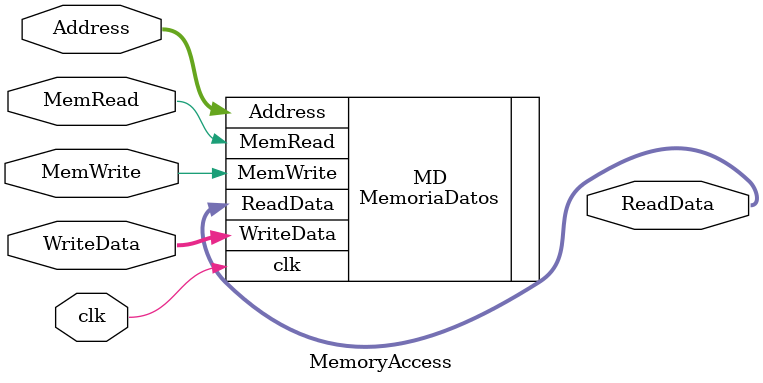
<source format=v>
`timescale 1ns/1ns
module MemoryAccess (
    input MemWrite,
    input MemRead,
    input clk,
    input [31:0] Address,
    input [31:0] WriteData,
    output [31:0] ReadData
);

//memoria de datos
MemoriaDatos MD(
    .clk(clk),
    .MemWrite(MemWrite),
    .MemRead(MemRead),
    .Address(Address),
    .WriteData(WriteData),
    .ReadData(ReadData)
);

endmodule
</source>
